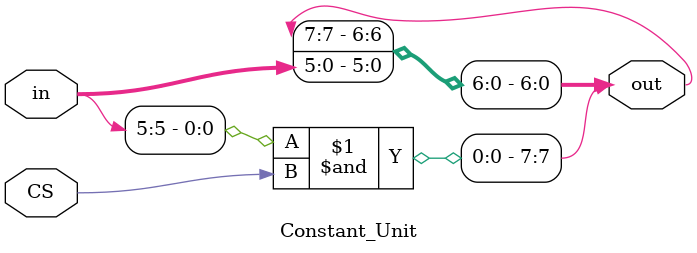
<source format=v>
 

module Constant_Unit #(
								parameter OUT_BUS_WIDTH = 8,
								parameter IN_BUS_WIDTH = 6,
								parameter EXT_WIDTH = OUT_BUS_WIDTH - IN_BUS_WIDTH
							)
							(
								in, 
								CS, 
								out
							);
							
							input wire [IN_BUS_WIDTH - 1:0] in;
							input wire CS;
							output wire [OUT_BUS_WIDTH - 1:0] out;
							 
							assign out = {{EXT_WIDTH{(in[IN_BUS_WIDTH - 1] & CS)}}, in[IN_BUS_WIDTH - 1:0]};

endmodule

</source>
